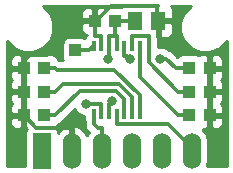
<source format=gtl>
G04 #@! TF.FileFunction,Copper,L1,Top,Signal*
%FSLAX46Y46*%
G04 Gerber Fmt 4.6, Leading zero omitted, Abs format (unit mm)*
G04 Created by KiCad (PCBNEW 4.0.1-stable) date 2017/03/04 23:15:11*
%MOMM*%
G01*
G04 APERTURE LIST*
%ADD10C,0.100000*%
%ADD11R,1.049020X1.079500*%
%ADD12R,0.347980X0.899160*%
%ADD13R,1.524000X3.048000*%
%ADD14O,1.524000X3.048000*%
%ADD15R,0.998220X0.998220*%
%ADD16R,1.297940X1.597660*%
%ADD17C,0.800000*%
%ADD18C,0.500000*%
%ADD19C,0.300000*%
%ADD20C,0.254000*%
G04 APERTURE END LIST*
D10*
D11*
X144873760Y-92000000D03*
X143126240Y-92000000D03*
D12*
X143051820Y-99872740D03*
X143702060Y-99872740D03*
X144352300Y-99872740D03*
X145000000Y-99872740D03*
X145647700Y-99872740D03*
X146297940Y-99872740D03*
X146948180Y-99872740D03*
X146948180Y-94127260D03*
X146297940Y-94127260D03*
X145647700Y-94127260D03*
X145000000Y-94127260D03*
X144352300Y-94127260D03*
X143702060Y-94127260D03*
X143051820Y-94127260D03*
D13*
X138650000Y-103000000D03*
D14*
X141190000Y-103000000D03*
X143730000Y-103000000D03*
X146270000Y-103000000D03*
X148810000Y-103000000D03*
X151350000Y-103000000D03*
D11*
X138873760Y-100000000D03*
X137126240Y-100000000D03*
X138873760Y-98000000D03*
X137126240Y-98000000D03*
X138873760Y-96000000D03*
X137126240Y-96000000D03*
X151126240Y-100000000D03*
X152873760Y-100000000D03*
X151126240Y-98000000D03*
X152873760Y-98000000D03*
X151126240Y-96000000D03*
X152873760Y-96000000D03*
D15*
X141500000Y-94500000D03*
D16*
X146501780Y-92000000D03*
X148498220Y-92000000D03*
D17*
X144250800Y-95236500D03*
X136400000Y-102000000D03*
X141200000Y-91800000D03*
X153500000Y-102500000D03*
X142355000Y-99018800D03*
X144608200Y-98762000D03*
X146101500Y-95232300D03*
X148700000Y-95200000D03*
D18*
X138650000Y-103000000D02*
X138650000Y-102159000D01*
D19*
X144874000Y-92000000D02*
X144873800Y-92000000D01*
X144873800Y-92000000D02*
X144873800Y-92944100D01*
D18*
X144874000Y-92000000D02*
X144969000Y-92000000D01*
D19*
X144969000Y-92000000D02*
X146626200Y-92000000D01*
X144352300Y-94127300D02*
X144352300Y-93273400D01*
X144873800Y-93273400D02*
X144873800Y-92944100D01*
X145000000Y-93273400D02*
X144873800Y-93273400D01*
X144873800Y-93273400D02*
X144352300Y-93273400D01*
X145000000Y-94127300D02*
X145000000Y-93273400D01*
X144352300Y-94127300D02*
X144352300Y-94981200D01*
X144250800Y-95082700D02*
X144250800Y-95236500D01*
X144352300Y-94981200D02*
X144250800Y-95082700D01*
X137126240Y-100000000D02*
X137126240Y-101273760D01*
X137126240Y-101273760D02*
X136400000Y-102000000D01*
X143126240Y-92000000D02*
X141400000Y-92000000D01*
X141400000Y-92000000D02*
X141200000Y-91800000D01*
X152873760Y-100000000D02*
X152873760Y-101873760D01*
X152873760Y-101873760D02*
X153500000Y-102500000D01*
X140500000Y-93500000D02*
X141500000Y-92500000D01*
X137126240Y-95373760D02*
X137600000Y-94900000D01*
X137600000Y-94900000D02*
X139100000Y-94900000D01*
X139100000Y-94900000D02*
X140500000Y-93500000D01*
X137126240Y-96000000D02*
X137126240Y-95373760D01*
X142100000Y-91900000D02*
X143026240Y-91900000D01*
X141500000Y-92500000D02*
X142100000Y-91900000D01*
X143026240Y-91900000D02*
X143126240Y-92000000D01*
X152873760Y-96000000D02*
X152873760Y-95073760D01*
X148498220Y-93398220D02*
X148498220Y-92000000D01*
X149900000Y-94800000D02*
X148498220Y-93398220D01*
X152600000Y-94800000D02*
X149900000Y-94800000D01*
X152873760Y-95073760D02*
X152600000Y-94800000D01*
X148400000Y-90755800D02*
X148400000Y-91901780D01*
X148400000Y-91901780D02*
X148498220Y-92000000D01*
X148373760Y-92000000D02*
X148373760Y-92500000D01*
X143455500Y-93273400D02*
X143126200Y-93250000D01*
X143702100Y-93273400D02*
X143455500Y-93273400D01*
X143702100Y-94127300D02*
X143702100Y-93273400D01*
X143126200Y-92000000D02*
X143126200Y-92472000D01*
X143126200Y-92472000D02*
X143126200Y-93250000D01*
X144470900Y-90755800D02*
X148400000Y-90755800D01*
X148400000Y-90755800D02*
X148447329Y-90755800D01*
X143126200Y-92100500D02*
X144470900Y-90755800D01*
X143126200Y-92472000D02*
X143126200Y-92100500D01*
X141190000Y-103000000D02*
X141190000Y-101071700D01*
X138197900Y-101071700D02*
X137126200Y-100000000D01*
X141190000Y-101071700D02*
X138197900Y-101071700D01*
X137126200Y-96000000D02*
X137126200Y-98000000D01*
X137126200Y-98000000D02*
X137126200Y-100000000D01*
X152873800Y-96000000D02*
X152873800Y-98000000D01*
X152873800Y-98000000D02*
X152873800Y-100000000D01*
X143396900Y-101071700D02*
X143051800Y-100726600D01*
X143730000Y-101071700D02*
X143396900Y-101071700D01*
X143730000Y-103000000D02*
X143730000Y-101071700D01*
X143051800Y-99872700D02*
X143051800Y-100726600D01*
X143702100Y-99872700D02*
X143702100Y-99018800D01*
X143702100Y-99018800D02*
X142355000Y-99018800D01*
X144352300Y-99017900D02*
X144608200Y-98762000D01*
X144352300Y-99872700D02*
X144352300Y-99017900D01*
D18*
X151350000Y-103000000D02*
X151350000Y-102766000D01*
D19*
X149310600Y-100726600D02*
X151350000Y-102766000D01*
X145000000Y-100726600D02*
X149310600Y-100726600D01*
X145000000Y-99872700D02*
X145000000Y-100726600D01*
X138873800Y-100000000D02*
X139802600Y-100000000D01*
X141885800Y-97916800D02*
X139802600Y-100000000D01*
X144949300Y-97916800D02*
X141885800Y-97916800D01*
X145647700Y-98615200D02*
X144949300Y-97916800D01*
X145647700Y-99872700D02*
X145647700Y-98615200D01*
X138873800Y-98000000D02*
X139802600Y-98000000D01*
X140473000Y-97329600D02*
X139802600Y-98000000D01*
X145157100Y-97329600D02*
X140473000Y-97329600D01*
X146297900Y-98470400D02*
X145157100Y-97329600D01*
X146297900Y-99872700D02*
X146297900Y-98470400D01*
X138873800Y-96000000D02*
X139802600Y-96000000D01*
X139921700Y-96119100D02*
X139802600Y-96000000D01*
X144782200Y-96119100D02*
X139921700Y-96119100D01*
X146948200Y-98285100D02*
X144782200Y-96119100D01*
X146948200Y-99872700D02*
X146948200Y-98285100D01*
X146948200Y-96750800D02*
X150197400Y-100000000D01*
X146948200Y-94127300D02*
X146948200Y-96750800D01*
X151126200Y-100000000D02*
X150197400Y-100000000D01*
X147292900Y-93273400D02*
X147673400Y-93273400D01*
X151126200Y-98000000D02*
X150197400Y-98000000D01*
X146297900Y-93273400D02*
X146297900Y-94127300D01*
X146297900Y-93273400D02*
X147292900Y-93273400D01*
X147700000Y-95502600D02*
X150197400Y-98000000D01*
X147700000Y-93300000D02*
X147700000Y-95502600D01*
X147673400Y-93273400D02*
X147700000Y-93300000D01*
X148700000Y-95200000D02*
X149200000Y-95200000D01*
X145647700Y-94127300D02*
X145647700Y-94981200D01*
X145850400Y-94981200D02*
X146101500Y-95232300D01*
X145647700Y-94981200D02*
X145850400Y-94981200D01*
X150000000Y-96000000D02*
X151126240Y-96000000D01*
X149200000Y-95200000D02*
X150000000Y-96000000D01*
X151126200Y-96000000D02*
X151126240Y-96000000D01*
X141500000Y-94500000D02*
X142679080Y-94500000D01*
X142679080Y-94500000D02*
X143051820Y-94127260D01*
D20*
G36*
X150691091Y-91289041D02*
X150365372Y-92073459D01*
X150364630Y-92922815D01*
X150688980Y-93707800D01*
X151289041Y-94308909D01*
X152073459Y-94634628D01*
X152922815Y-94635370D01*
X153707800Y-94311020D01*
X154290000Y-93729835D01*
X154290000Y-104290000D01*
X152650388Y-104290000D01*
X152747000Y-103804297D01*
X152747000Y-102195703D01*
X152640660Y-101661094D01*
X152337828Y-101207875D01*
X152288253Y-101174750D01*
X152588010Y-101174750D01*
X152746760Y-101016000D01*
X152746760Y-100127000D01*
X153000760Y-100127000D01*
X153000760Y-101016000D01*
X153159510Y-101174750D01*
X153524579Y-101174750D01*
X153757968Y-101078077D01*
X153936597Y-100899449D01*
X154033270Y-100666060D01*
X154033270Y-100285750D01*
X153874520Y-100127000D01*
X153000760Y-100127000D01*
X152746760Y-100127000D01*
X152726760Y-100127000D01*
X152726760Y-99873000D01*
X152746760Y-99873000D01*
X152746760Y-98127000D01*
X153000760Y-98127000D01*
X153000760Y-99873000D01*
X153874520Y-99873000D01*
X154033270Y-99714250D01*
X154033270Y-99333940D01*
X153936597Y-99100551D01*
X153836045Y-99000000D01*
X153936597Y-98899449D01*
X154033270Y-98666060D01*
X154033270Y-98285750D01*
X153874520Y-98127000D01*
X153000760Y-98127000D01*
X152746760Y-98127000D01*
X152726760Y-98127000D01*
X152726760Y-97873000D01*
X152746760Y-97873000D01*
X152746760Y-96127000D01*
X153000760Y-96127000D01*
X153000760Y-97873000D01*
X153874520Y-97873000D01*
X154033270Y-97714250D01*
X154033270Y-97333940D01*
X153936597Y-97100551D01*
X153836045Y-97000000D01*
X153936597Y-96899449D01*
X154033270Y-96666060D01*
X154033270Y-96285750D01*
X153874520Y-96127000D01*
X153000760Y-96127000D01*
X152746760Y-96127000D01*
X152726760Y-96127000D01*
X152726760Y-95873000D01*
X152746760Y-95873000D01*
X152746760Y-94984000D01*
X153000760Y-94984000D01*
X153000760Y-95873000D01*
X153874520Y-95873000D01*
X154033270Y-95714250D01*
X154033270Y-95333940D01*
X153936597Y-95100551D01*
X153757968Y-94921923D01*
X153524579Y-94825250D01*
X153159510Y-94825250D01*
X153000760Y-94984000D01*
X152746760Y-94984000D01*
X152588010Y-94825250D01*
X152222941Y-94825250D01*
X151989552Y-94921923D01*
X151988791Y-94922684D01*
X151902640Y-94863819D01*
X151650750Y-94812810D01*
X150601730Y-94812810D01*
X150366413Y-94857088D01*
X150150289Y-94996160D01*
X150132440Y-95022282D01*
X149755079Y-94644921D01*
X149500407Y-94474755D01*
X149423106Y-94459379D01*
X149287046Y-94323081D01*
X148906777Y-94165180D01*
X148495029Y-94164821D01*
X148485000Y-94168965D01*
X148485000Y-93300000D01*
X148465393Y-93201430D01*
X148425245Y-92999593D01*
X148371220Y-92918739D01*
X148371220Y-92127000D01*
X148625220Y-92127000D01*
X148625220Y-93275080D01*
X148783970Y-93433830D01*
X149273499Y-93433830D01*
X149506888Y-93337157D01*
X149685517Y-93158529D01*
X149782190Y-92925140D01*
X149782190Y-92285750D01*
X149623440Y-92127000D01*
X148625220Y-92127000D01*
X148371220Y-92127000D01*
X148351220Y-92127000D01*
X148351220Y-91873000D01*
X148371220Y-91873000D01*
X148371220Y-91853000D01*
X148625220Y-91853000D01*
X148625220Y-91873000D01*
X149623440Y-91873000D01*
X149782190Y-91714250D01*
X149782190Y-91074860D01*
X149685517Y-90841471D01*
X149554045Y-90710000D01*
X151271143Y-90710000D01*
X150691091Y-91289041D01*
X150691091Y-91289041D01*
G37*
X150691091Y-91289041D02*
X150365372Y-92073459D01*
X150364630Y-92922815D01*
X150688980Y-93707800D01*
X151289041Y-94308909D01*
X152073459Y-94634628D01*
X152922815Y-94635370D01*
X153707800Y-94311020D01*
X154290000Y-93729835D01*
X154290000Y-104290000D01*
X152650388Y-104290000D01*
X152747000Y-103804297D01*
X152747000Y-102195703D01*
X152640660Y-101661094D01*
X152337828Y-101207875D01*
X152288253Y-101174750D01*
X152588010Y-101174750D01*
X152746760Y-101016000D01*
X152746760Y-100127000D01*
X153000760Y-100127000D01*
X153000760Y-101016000D01*
X153159510Y-101174750D01*
X153524579Y-101174750D01*
X153757968Y-101078077D01*
X153936597Y-100899449D01*
X154033270Y-100666060D01*
X154033270Y-100285750D01*
X153874520Y-100127000D01*
X153000760Y-100127000D01*
X152746760Y-100127000D01*
X152726760Y-100127000D01*
X152726760Y-99873000D01*
X152746760Y-99873000D01*
X152746760Y-98127000D01*
X153000760Y-98127000D01*
X153000760Y-99873000D01*
X153874520Y-99873000D01*
X154033270Y-99714250D01*
X154033270Y-99333940D01*
X153936597Y-99100551D01*
X153836045Y-99000000D01*
X153936597Y-98899449D01*
X154033270Y-98666060D01*
X154033270Y-98285750D01*
X153874520Y-98127000D01*
X153000760Y-98127000D01*
X152746760Y-98127000D01*
X152726760Y-98127000D01*
X152726760Y-97873000D01*
X152746760Y-97873000D01*
X152746760Y-96127000D01*
X153000760Y-96127000D01*
X153000760Y-97873000D01*
X153874520Y-97873000D01*
X154033270Y-97714250D01*
X154033270Y-97333940D01*
X153936597Y-97100551D01*
X153836045Y-97000000D01*
X153936597Y-96899449D01*
X154033270Y-96666060D01*
X154033270Y-96285750D01*
X153874520Y-96127000D01*
X153000760Y-96127000D01*
X152746760Y-96127000D01*
X152726760Y-96127000D01*
X152726760Y-95873000D01*
X152746760Y-95873000D01*
X152746760Y-94984000D01*
X153000760Y-94984000D01*
X153000760Y-95873000D01*
X153874520Y-95873000D01*
X154033270Y-95714250D01*
X154033270Y-95333940D01*
X153936597Y-95100551D01*
X153757968Y-94921923D01*
X153524579Y-94825250D01*
X153159510Y-94825250D01*
X153000760Y-94984000D01*
X152746760Y-94984000D01*
X152588010Y-94825250D01*
X152222941Y-94825250D01*
X151989552Y-94921923D01*
X151988791Y-94922684D01*
X151902640Y-94863819D01*
X151650750Y-94812810D01*
X150601730Y-94812810D01*
X150366413Y-94857088D01*
X150150289Y-94996160D01*
X150132440Y-95022282D01*
X149755079Y-94644921D01*
X149500407Y-94474755D01*
X149423106Y-94459379D01*
X149287046Y-94323081D01*
X148906777Y-94165180D01*
X148495029Y-94164821D01*
X148485000Y-94168965D01*
X148485000Y-93300000D01*
X148465393Y-93201430D01*
X148425245Y-92999593D01*
X148371220Y-92918739D01*
X148371220Y-92127000D01*
X148625220Y-92127000D01*
X148625220Y-93275080D01*
X148783970Y-93433830D01*
X149273499Y-93433830D01*
X149506888Y-93337157D01*
X149685517Y-93158529D01*
X149782190Y-92925140D01*
X149782190Y-92285750D01*
X149623440Y-92127000D01*
X148625220Y-92127000D01*
X148371220Y-92127000D01*
X148351220Y-92127000D01*
X148351220Y-91873000D01*
X148371220Y-91873000D01*
X148371220Y-91853000D01*
X148625220Y-91853000D01*
X148625220Y-91873000D01*
X149623440Y-91873000D01*
X149782190Y-91714250D01*
X149782190Y-91074860D01*
X149685517Y-90841471D01*
X149554045Y-90710000D01*
X151271143Y-90710000D01*
X150691091Y-91289041D01*
G36*
X145401369Y-90737080D02*
X145349625Y-90812810D01*
X144349250Y-90812810D01*
X144113933Y-90857088D01*
X144011516Y-90922991D01*
X144010448Y-90921923D01*
X143777059Y-90825250D01*
X143411990Y-90825250D01*
X143253240Y-90984000D01*
X143253240Y-91873000D01*
X143273240Y-91873000D01*
X143273240Y-92127000D01*
X143253240Y-92127000D01*
X143253240Y-92147000D01*
X142999240Y-92147000D01*
X142999240Y-92127000D01*
X142125480Y-92127000D01*
X141966730Y-92285750D01*
X141966730Y-92666060D01*
X142063403Y-92899449D01*
X142242032Y-93078077D01*
X142475421Y-93174750D01*
X142486748Y-93174750D01*
X142426389Y-93213590D01*
X142281660Y-93425408D01*
X142251000Y-93404459D01*
X141999110Y-93353450D01*
X141000890Y-93353450D01*
X140765573Y-93397728D01*
X140549449Y-93536800D01*
X140404459Y-93749000D01*
X140353450Y-94000890D01*
X140353450Y-94999110D01*
X140397728Y-95234427D01*
X140461866Y-95334100D01*
X140191823Y-95334100D01*
X140103007Y-95274755D01*
X140007222Y-95255702D01*
X140001432Y-95224933D01*
X139862360Y-95008809D01*
X139650160Y-94863819D01*
X139398270Y-94812810D01*
X138349250Y-94812810D01*
X138113933Y-94857088D01*
X138011516Y-94922991D01*
X138010448Y-94921923D01*
X137777059Y-94825250D01*
X137411990Y-94825250D01*
X137253240Y-94984000D01*
X137253240Y-95873000D01*
X137273240Y-95873000D01*
X137273240Y-96127000D01*
X137253240Y-96127000D01*
X137253240Y-97873000D01*
X137273240Y-97873000D01*
X137273240Y-98127000D01*
X137253240Y-98127000D01*
X137253240Y-99873000D01*
X137273240Y-99873000D01*
X137273240Y-100127000D01*
X137253240Y-100127000D01*
X137253240Y-101016000D01*
X137360486Y-101123246D01*
X137291569Y-101224110D01*
X137240560Y-101476000D01*
X137240560Y-104290000D01*
X135710000Y-104290000D01*
X135710000Y-100285750D01*
X135966730Y-100285750D01*
X135966730Y-100666060D01*
X136063403Y-100899449D01*
X136242032Y-101078077D01*
X136475421Y-101174750D01*
X136840490Y-101174750D01*
X136999240Y-101016000D01*
X136999240Y-100127000D01*
X136125480Y-100127000D01*
X135966730Y-100285750D01*
X135710000Y-100285750D01*
X135710000Y-98285750D01*
X135966730Y-98285750D01*
X135966730Y-98666060D01*
X136063403Y-98899449D01*
X136163955Y-99000000D01*
X136063403Y-99100551D01*
X135966730Y-99333940D01*
X135966730Y-99714250D01*
X136125480Y-99873000D01*
X136999240Y-99873000D01*
X136999240Y-98127000D01*
X136125480Y-98127000D01*
X135966730Y-98285750D01*
X135710000Y-98285750D01*
X135710000Y-96285750D01*
X135966730Y-96285750D01*
X135966730Y-96666060D01*
X136063403Y-96899449D01*
X136163955Y-97000000D01*
X136063403Y-97100551D01*
X135966730Y-97333940D01*
X135966730Y-97714250D01*
X136125480Y-97873000D01*
X136999240Y-97873000D01*
X136999240Y-96127000D01*
X136125480Y-96127000D01*
X135966730Y-96285750D01*
X135710000Y-96285750D01*
X135710000Y-95333940D01*
X135966730Y-95333940D01*
X135966730Y-95714250D01*
X136125480Y-95873000D01*
X136999240Y-95873000D01*
X136999240Y-94984000D01*
X136840490Y-94825250D01*
X136475421Y-94825250D01*
X136242032Y-94921923D01*
X136063403Y-95100551D01*
X135966730Y-95333940D01*
X135710000Y-95333940D01*
X135710000Y-93728857D01*
X136289041Y-94308909D01*
X137073459Y-94634628D01*
X137922815Y-94635370D01*
X138707800Y-94311020D01*
X139308909Y-93710959D01*
X139634628Y-92926541D01*
X139635370Y-92077185D01*
X139328267Y-91333940D01*
X141966730Y-91333940D01*
X141966730Y-91714250D01*
X142125480Y-91873000D01*
X142999240Y-91873000D01*
X142999240Y-90984000D01*
X142840490Y-90825250D01*
X142475421Y-90825250D01*
X142242032Y-90921923D01*
X142063403Y-91100551D01*
X141966730Y-91333940D01*
X139328267Y-91333940D01*
X139311020Y-91292200D01*
X138729835Y-90710000D01*
X145443453Y-90710000D01*
X145401369Y-90737080D01*
X145401369Y-90737080D01*
G37*
X145401369Y-90737080D02*
X145349625Y-90812810D01*
X144349250Y-90812810D01*
X144113933Y-90857088D01*
X144011516Y-90922991D01*
X144010448Y-90921923D01*
X143777059Y-90825250D01*
X143411990Y-90825250D01*
X143253240Y-90984000D01*
X143253240Y-91873000D01*
X143273240Y-91873000D01*
X143273240Y-92127000D01*
X143253240Y-92127000D01*
X143253240Y-92147000D01*
X142999240Y-92147000D01*
X142999240Y-92127000D01*
X142125480Y-92127000D01*
X141966730Y-92285750D01*
X141966730Y-92666060D01*
X142063403Y-92899449D01*
X142242032Y-93078077D01*
X142475421Y-93174750D01*
X142486748Y-93174750D01*
X142426389Y-93213590D01*
X142281660Y-93425408D01*
X142251000Y-93404459D01*
X141999110Y-93353450D01*
X141000890Y-93353450D01*
X140765573Y-93397728D01*
X140549449Y-93536800D01*
X140404459Y-93749000D01*
X140353450Y-94000890D01*
X140353450Y-94999110D01*
X140397728Y-95234427D01*
X140461866Y-95334100D01*
X140191823Y-95334100D01*
X140103007Y-95274755D01*
X140007222Y-95255702D01*
X140001432Y-95224933D01*
X139862360Y-95008809D01*
X139650160Y-94863819D01*
X139398270Y-94812810D01*
X138349250Y-94812810D01*
X138113933Y-94857088D01*
X138011516Y-94922991D01*
X138010448Y-94921923D01*
X137777059Y-94825250D01*
X137411990Y-94825250D01*
X137253240Y-94984000D01*
X137253240Y-95873000D01*
X137273240Y-95873000D01*
X137273240Y-96127000D01*
X137253240Y-96127000D01*
X137253240Y-97873000D01*
X137273240Y-97873000D01*
X137273240Y-98127000D01*
X137253240Y-98127000D01*
X137253240Y-99873000D01*
X137273240Y-99873000D01*
X137273240Y-100127000D01*
X137253240Y-100127000D01*
X137253240Y-101016000D01*
X137360486Y-101123246D01*
X137291569Y-101224110D01*
X137240560Y-101476000D01*
X137240560Y-104290000D01*
X135710000Y-104290000D01*
X135710000Y-100285750D01*
X135966730Y-100285750D01*
X135966730Y-100666060D01*
X136063403Y-100899449D01*
X136242032Y-101078077D01*
X136475421Y-101174750D01*
X136840490Y-101174750D01*
X136999240Y-101016000D01*
X136999240Y-100127000D01*
X136125480Y-100127000D01*
X135966730Y-100285750D01*
X135710000Y-100285750D01*
X135710000Y-98285750D01*
X135966730Y-98285750D01*
X135966730Y-98666060D01*
X136063403Y-98899449D01*
X136163955Y-99000000D01*
X136063403Y-99100551D01*
X135966730Y-99333940D01*
X135966730Y-99714250D01*
X136125480Y-99873000D01*
X136999240Y-99873000D01*
X136999240Y-98127000D01*
X136125480Y-98127000D01*
X135966730Y-98285750D01*
X135710000Y-98285750D01*
X135710000Y-96285750D01*
X135966730Y-96285750D01*
X135966730Y-96666060D01*
X136063403Y-96899449D01*
X136163955Y-97000000D01*
X136063403Y-97100551D01*
X135966730Y-97333940D01*
X135966730Y-97714250D01*
X136125480Y-97873000D01*
X136999240Y-97873000D01*
X136999240Y-96127000D01*
X136125480Y-96127000D01*
X135966730Y-96285750D01*
X135710000Y-96285750D01*
X135710000Y-95333940D01*
X135966730Y-95333940D01*
X135966730Y-95714250D01*
X136125480Y-95873000D01*
X136999240Y-95873000D01*
X136999240Y-94984000D01*
X136840490Y-94825250D01*
X136475421Y-94825250D01*
X136242032Y-94921923D01*
X136063403Y-95100551D01*
X135966730Y-95333940D01*
X135710000Y-95333940D01*
X135710000Y-93728857D01*
X136289041Y-94308909D01*
X137073459Y-94634628D01*
X137922815Y-94635370D01*
X138707800Y-94311020D01*
X139308909Y-93710959D01*
X139634628Y-92926541D01*
X139635370Y-92077185D01*
X139328267Y-91333940D01*
X141966730Y-91333940D01*
X141966730Y-91714250D01*
X142125480Y-91873000D01*
X142999240Y-91873000D01*
X142999240Y-90984000D01*
X142840490Y-90825250D01*
X142475421Y-90825250D01*
X142242032Y-90921923D01*
X142063403Y-91100551D01*
X141966730Y-91333940D01*
X139328267Y-91333940D01*
X139311020Y-91292200D01*
X138729835Y-90710000D01*
X145443453Y-90710000D01*
X145401369Y-90737080D01*
G36*
X141477058Y-99604315D02*
X141767954Y-99895719D01*
X142148223Y-100053620D01*
X142230390Y-100053692D01*
X142230390Y-100322320D01*
X142266800Y-100515822D01*
X142266800Y-100726600D01*
X142326555Y-101027007D01*
X142496721Y-101281679D01*
X142614296Y-101399254D01*
X142449651Y-101645662D01*
X142432059Y-101586059D01*
X142088026Y-101160370D01*
X141607277Y-100898740D01*
X141533070Y-100883780D01*
X141317000Y-101006280D01*
X141317000Y-102873000D01*
X141337000Y-102873000D01*
X141337000Y-103127000D01*
X141317000Y-103127000D01*
X141317000Y-103147000D01*
X141063000Y-103147000D01*
X141063000Y-103127000D01*
X141043000Y-103127000D01*
X141043000Y-102873000D01*
X141063000Y-102873000D01*
X141063000Y-101006280D01*
X140846930Y-100883780D01*
X140772723Y-100898740D01*
X140291974Y-101160370D01*
X140055181Y-101453366D01*
X140015162Y-101240683D01*
X139876090Y-101024559D01*
X139847680Y-101005147D01*
X139849711Y-101003840D01*
X139994701Y-100791640D01*
X140004165Y-100744906D01*
X140103007Y-100725245D01*
X140357679Y-100555079D01*
X141427758Y-99485000D01*
X141477058Y-99604315D01*
X141477058Y-99604315D01*
G37*
X141477058Y-99604315D02*
X141767954Y-99895719D01*
X142148223Y-100053620D01*
X142230390Y-100053692D01*
X142230390Y-100322320D01*
X142266800Y-100515822D01*
X142266800Y-100726600D01*
X142326555Y-101027007D01*
X142496721Y-101281679D01*
X142614296Y-101399254D01*
X142449651Y-101645662D01*
X142432059Y-101586059D01*
X142088026Y-101160370D01*
X141607277Y-100898740D01*
X141533070Y-100883780D01*
X141317000Y-101006280D01*
X141317000Y-102873000D01*
X141337000Y-102873000D01*
X141337000Y-103127000D01*
X141317000Y-103127000D01*
X141317000Y-103147000D01*
X141063000Y-103147000D01*
X141063000Y-103127000D01*
X141043000Y-103127000D01*
X141043000Y-102873000D01*
X141063000Y-102873000D01*
X141063000Y-101006280D01*
X140846930Y-100883780D01*
X140772723Y-100898740D01*
X140291974Y-101160370D01*
X140055181Y-101453366D01*
X140015162Y-101240683D01*
X139876090Y-101024559D01*
X139847680Y-101005147D01*
X139849711Y-101003840D01*
X139994701Y-100791640D01*
X140004165Y-100744906D01*
X140103007Y-100725245D01*
X140357679Y-100555079D01*
X141427758Y-99485000D01*
X141477058Y-99604315D01*
M02*

</source>
